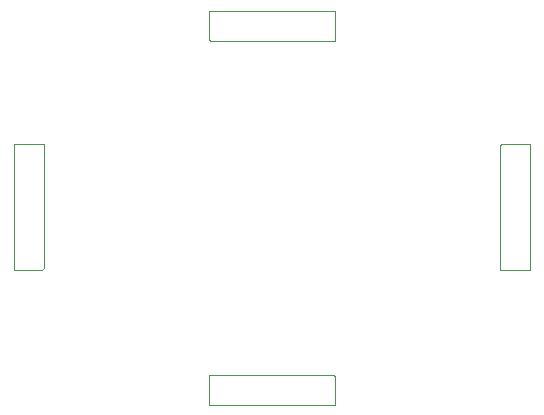
<source format=gm1>
G04*
G04 #@! TF.GenerationSoftware,Altium Limited,Altium Designer,24.0.1 (36)*
G04*
G04 Layer_Color=16711935*
%FSLAX44Y44*%
%MOMM*%
G71*
G04*
G04 #@! TF.SameCoordinates,BFD44B55-2052-4A58-B096-8A348341E0BB*
G04*
G04*
G04 #@! TF.FilePolarity,Positive*
G04*
G01*
G75*
%ADD64C,0.1000*%
D64*
X341650Y207880D02*
X365780D01*
X340380Y206610D02*
X341650Y207880D01*
X365780Y101200D02*
Y207880D01*
X340380Y101200D02*
X365780D01*
X340380D02*
Y206610D01*
X-71780Y101120D02*
X-47650D01*
X-46380Y102390D01*
X-71780Y101120D02*
Y207800D01*
X-46380D01*
Y102390D02*
Y207800D01*
X200380Y-12780D02*
Y11350D01*
X199110Y12620D02*
X200380Y11350D01*
X93700Y-12780D02*
X200380D01*
X93700D02*
Y12620D01*
X199110D01*
X93620Y296650D02*
Y320780D01*
Y296650D02*
X94890Y295380D01*
X93620Y320780D02*
X200300D01*
Y295380D02*
Y320780D01*
X94890Y295380D02*
X200300D01*
M02*

</source>
